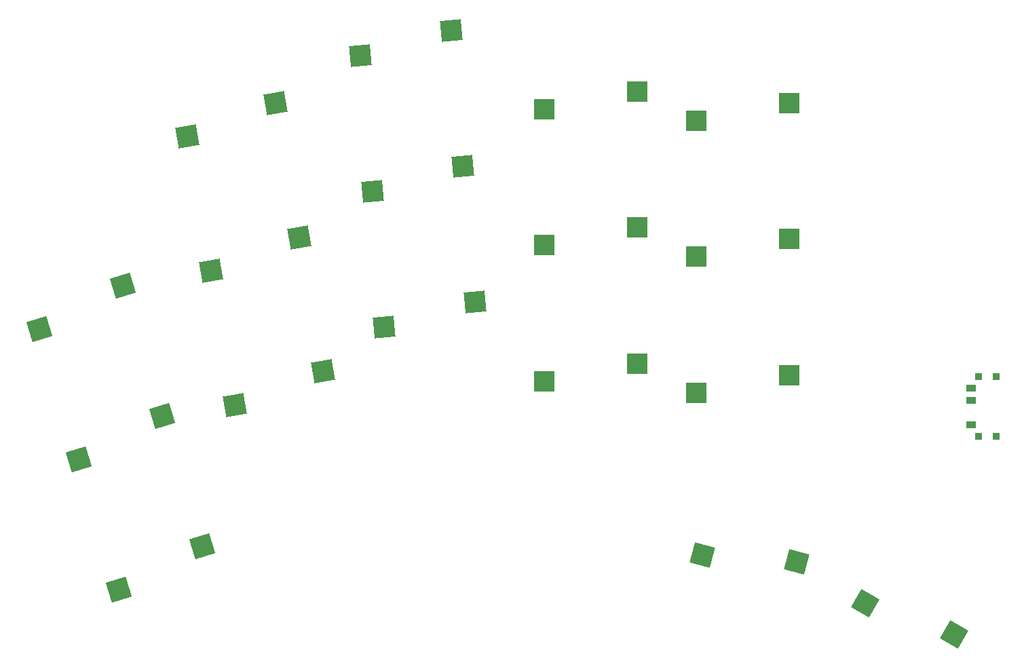
<source format=gtp>
%TF.GenerationSoftware,KiCad,Pcbnew,(6.0.4-0)*%
%TF.CreationDate,2022-04-26T17:06:57+02:00*%
%TF.ProjectId,rae_with_puck,7261655f-7769-4746-985f-7075636b2e6b,v1.0.0*%
%TF.SameCoordinates,Original*%
%TF.FileFunction,Paste,Top*%
%TF.FilePolarity,Positive*%
%FSLAX46Y46*%
G04 Gerber Fmt 4.6, Leading zero omitted, Abs format (unit mm)*
G04 Created by KiCad (PCBNEW (6.0.4-0)) date 2022-04-26 17:06:57*
%MOMM*%
%LPD*%
G01*
G04 APERTURE LIST*
G04 Aperture macros list*
%AMRotRect*
0 Rectangle, with rotation*
0 The origin of the aperture is its center*
0 $1 length*
0 $2 width*
0 $3 Rotation angle, in degrees counterclockwise*
0 Add horizontal line*
21,1,$1,$2,0,0,$3*%
G04 Aperture macros list end*
%ADD10R,0.900000X0.900000*%
%ADD11R,1.250000X0.900000*%
%ADD12RotRect,2.600000X2.600000X10.000000*%
%ADD13RotRect,2.600000X2.600000X5.000000*%
%ADD14R,2.600000X2.600000*%
%ADD15RotRect,2.600000X2.600000X330.000000*%
%ADD16RotRect,2.600000X2.600000X17.000000*%
%ADD17RotRect,2.600000X2.600000X345.000000*%
G04 APERTURE END LIST*
D10*
%TO.C,T1*%
X161311087Y69616483D03*
X163511087Y77016483D03*
X163511087Y69616483D03*
X161311087Y77016483D03*
D11*
X160336087Y71066483D03*
X160336087Y74066483D03*
X160336087Y75566483D03*
%TD*%
D12*
%TO.C,S11*%
X73579149Y111173371D03*
X62586645Y107001157D03*
%TD*%
D13*
%TO.C,S15*%
X96965604Y103326961D03*
X85651298Y100128683D03*
%TD*%
D14*
%TO.C,S21*%
X107136087Y93436017D03*
X118686087Y95636017D03*
%TD*%
%TO.C,S29*%
X126102759Y108996289D03*
X137652759Y111196289D03*
%TD*%
D15*
%TO.C,S33*%
X158239878Y44875564D03*
X147137285Y48745308D03*
%TD*%
D12*
%TO.C,S7*%
X79483187Y77689907D03*
X68490683Y73517693D03*
%TD*%
D16*
%TO.C,S1*%
X64421967Y55904712D03*
X54019865Y50423948D03*
%TD*%
%TO.C,S5*%
X54481329Y88419074D03*
X44079227Y82938310D03*
%TD*%
D14*
%TO.C,S27*%
X126102759Y91996289D03*
X137652759Y94196289D03*
%TD*%
D12*
%TO.C,S9*%
X76531168Y94431639D03*
X65538664Y90259425D03*
%TD*%
D13*
%TO.C,S13*%
X98447252Y86391651D03*
X87132946Y83193373D03*
%TD*%
%TO.C,S17*%
X95483957Y120262271D03*
X84169651Y117063993D03*
%TD*%
D17*
%TO.C,S31*%
X138594426Y53938364D03*
X126868581Y54802687D03*
%TD*%
D16*
%TO.C,S3*%
X59451648Y72161893D03*
X49049546Y66681129D03*
%TD*%
D14*
%TO.C,S23*%
X107136087Y110436017D03*
X118686087Y112636017D03*
%TD*%
%TO.C,S25*%
X126102759Y74996289D03*
X137652759Y77196289D03*
%TD*%
%TO.C,S19*%
X107136087Y76436017D03*
X118686087Y78636017D03*
%TD*%
M02*

</source>
